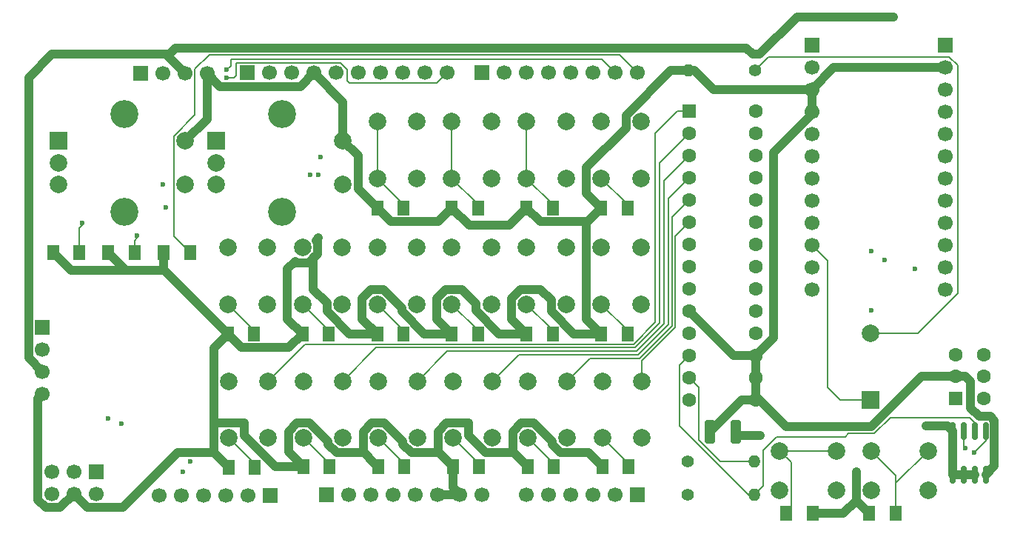
<source format=gbr>
%TF.GenerationSoftware,KiCad,Pcbnew,9.0.1*%
%TF.CreationDate,2025-05-27T17:05:58+05:30*%
%TF.ProjectId,macronardo,6d616372-6f6e-4617-9264-6f2e6b696361,rev?*%
%TF.SameCoordinates,Original*%
%TF.FileFunction,Copper,L1,Top*%
%TF.FilePolarity,Positive*%
%FSLAX46Y46*%
G04 Gerber Fmt 4.6, Leading zero omitted, Abs format (unit mm)*
G04 Created by KiCad (PCBNEW 9.0.1) date 2025-05-27 17:05:58*
%MOMM*%
%LPD*%
G01*
G04 APERTURE LIST*
G04 Aperture macros list*
%AMRoundRect*
0 Rectangle with rounded corners*
0 $1 Rounding radius*
0 $2 $3 $4 $5 $6 $7 $8 $9 X,Y pos of 4 corners*
0 Add a 4 corners polygon primitive as box body*
4,1,4,$2,$3,$4,$5,$6,$7,$8,$9,$2,$3,0*
0 Add four circle primitives for the rounded corners*
1,1,$1+$1,$2,$3*
1,1,$1+$1,$4,$5*
1,1,$1+$1,$6,$7*
1,1,$1+$1,$8,$9*
0 Add four rect primitives between the rounded corners*
20,1,$1+$1,$2,$3,$4,$5,0*
20,1,$1+$1,$4,$5,$6,$7,0*
20,1,$1+$1,$6,$7,$8,$9,0*
20,1,$1+$1,$8,$9,$2,$3,0*%
G04 Aperture macros list end*
%TA.AperFunction,ComponentPad*%
%ADD10R,1.700000X1.700000*%
%TD*%
%TA.AperFunction,ComponentPad*%
%ADD11C,1.700000*%
%TD*%
%TA.AperFunction,SMDPad,CuDef*%
%ADD12RoundRect,0.250001X-0.462499X-0.624999X0.462499X-0.624999X0.462499X0.624999X-0.462499X0.624999X0*%
%TD*%
%TA.AperFunction,ComponentPad*%
%ADD13C,2.000000*%
%TD*%
%TA.AperFunction,ComponentPad*%
%ADD14R,2.000000X2.000000*%
%TD*%
%TA.AperFunction,ComponentPad*%
%ADD15RoundRect,0.250000X-0.550000X-0.550000X0.550000X-0.550000X0.550000X0.550000X-0.550000X0.550000X0*%
%TD*%
%TA.AperFunction,ComponentPad*%
%ADD16C,1.600000*%
%TD*%
%TA.AperFunction,ComponentPad*%
%ADD17C,3.200000*%
%TD*%
%TA.AperFunction,ComponentPad*%
%ADD18C,1.400000*%
%TD*%
%TA.AperFunction,ComponentPad*%
%ADD19O,1.400000X1.400000*%
%TD*%
%TA.AperFunction,SMDPad,CuDef*%
%ADD20RoundRect,0.150000X0.150000X-0.825000X0.150000X0.825000X-0.150000X0.825000X-0.150000X-0.825000X0*%
%TD*%
%TA.AperFunction,SMDPad,CuDef*%
%ADD21RoundRect,0.250000X-0.325000X-1.100000X0.325000X-1.100000X0.325000X1.100000X-0.325000X1.100000X0*%
%TD*%
%TA.AperFunction,ComponentPad*%
%ADD22R,1.600000X1.600000*%
%TD*%
%TA.AperFunction,SMDPad,CuDef*%
%ADD23RoundRect,0.250001X0.462499X0.624999X-0.462499X0.624999X-0.462499X-0.624999X0.462499X-0.624999X0*%
%TD*%
%TA.AperFunction,ViaPad*%
%ADD24C,0.600000*%
%TD*%
%TA.AperFunction,Conductor*%
%ADD25C,1.000000*%
%TD*%
%TA.AperFunction,Conductor*%
%ADD26C,0.200000*%
%TD*%
G04 APERTURE END LIST*
D10*
%TO.P,J7,1,Pin_1*%
%TO.N,unconnected-(J7-Pin_1-Pad1)*%
X201650000Y-49940000D03*
D11*
%TO.P,J7,2,Pin_2*%
%TO.N,/GND*%
X201650000Y-52480000D03*
%TO.P,J7,3,Pin_3*%
%TO.N,/RST*%
X201650000Y-55020000D03*
%TO.P,J7,4,Pin_4*%
%TO.N,/VCC*%
X201650000Y-57560000D03*
%TO.P,J7,5,Pin_5*%
%TO.N,/GPIO23*%
X201650000Y-60100000D03*
%TO.P,J7,6,Pin_6*%
%TO.N,/HEAD_A2*%
X201650000Y-62640000D03*
%TO.P,J7,7,Pin_7*%
%TO.N,/HEAD_A1*%
X201650000Y-65180000D03*
%TO.P,J7,8,Pin_8*%
%TO.N,/CAPS_LK_STAT*%
X201650000Y-67720000D03*
%TO.P,J7,9,Pin_9*%
%TO.N,/PROMICRO_SCLK*%
X201650000Y-70260000D03*
%TO.P,J7,10,Pin_10*%
%TO.N,/PROMICRO_MISO*%
X201650000Y-72800000D03*
%TO.P,J7,11,Pin_11*%
%TO.N,/PROMICRO_MOSI*%
X201650000Y-75340000D03*
%TO.P,J7,12,Pin_12*%
%TO.N,/GPIO10*%
X201650000Y-77880000D03*
%TD*%
D12*
%TO.P,D15,1,K*%
%TO.N,/GND*%
X162350000Y-68550000D03*
%TO.P,D15,2,A*%
%TO.N,/LED16*%
X165325000Y-68550000D03*
%TD*%
D13*
%TO.P,SW16,1,1*%
%TO.N,/LAYERLED*%
X193200000Y-96350000D03*
X199700000Y-96350000D03*
%TO.P,SW16,2,2*%
%TO.N,/LAYER_CHANGE_SW_IN*%
X193200000Y-100850001D03*
X199700001Y-100850000D03*
%TD*%
%TO.P,SW0,1,1*%
%TO.N,/LED1*%
X119700000Y-94850000D03*
X119700000Y-88350000D03*
%TO.P,SW0,2,2*%
%TO.N,/SW1*%
X124200001Y-94850000D03*
X124200000Y-88349999D03*
%TD*%
%TO.P,SW1,1,1*%
%TO.N,/LED2*%
X128250000Y-94850000D03*
X128250000Y-88350000D03*
%TO.P,SW1,2,2*%
%TO.N,/SW2*%
X132750001Y-94850000D03*
X132750000Y-88349999D03*
%TD*%
D12*
%TO.P,D16,1,K*%
%TO.N,/GND*%
X99662500Y-73650000D03*
%TO.P,D16,2,A*%
%TO.N,/PWR_LED*%
X102637500Y-73650000D03*
%TD*%
%TO.P,D7,1,K*%
%TO.N,/GND*%
X128150000Y-82950000D03*
%TO.P,D7,2,A*%
%TO.N,/LED8*%
X131125000Y-82950000D03*
%TD*%
%TO.P,D14,1,K*%
%TO.N,/GND*%
X153800000Y-68550000D03*
%TO.P,D14,2,A*%
%TO.N,/LED15*%
X156775000Y-68550000D03*
%TD*%
%TO.P,D13,1,K*%
%TO.N,/GND*%
X145250000Y-68550000D03*
%TO.P,D13,2,A*%
%TO.N,/LED14*%
X148225000Y-68550000D03*
%TD*%
%TO.P,D1,1,K*%
%TO.N,/GND*%
X128250000Y-98150000D03*
%TO.P,D1,2,A*%
%TO.N,/LED2*%
X131225000Y-98150000D03*
%TD*%
D14*
%TO.P,BZ0,1,+*%
%TO.N,/BUZZ (+)*%
X193160000Y-90490000D03*
D13*
%TO.P,BZ0,2,-*%
%TO.N,Net-(BZ0--)*%
X193160000Y-82890000D03*
%TD*%
D12*
%TO.P,D23,1,K*%
%TO.N,/GND*%
X193000000Y-103500000D03*
%TO.P,D23,2,A*%
%TO.N,/LAYERLED*%
X195975000Y-103500000D03*
%TD*%
%TO.P,D8,1,K*%
%TO.N,/GND*%
X136700000Y-82950000D03*
%TO.P,D8,2,A*%
%TO.N,/LED9*%
X139675000Y-82950000D03*
%TD*%
D15*
%TO.P,U0,1,GPB0*%
%TO.N,/SW1*%
X172380000Y-57490000D03*
D16*
%TO.P,U0,2,GPB1*%
%TO.N,/SW2*%
X172380000Y-60030000D03*
%TO.P,U0,3,GPB2*%
%TO.N,/SW3*%
X172380000Y-62570000D03*
%TO.P,U0,4,GPB3*%
%TO.N,/SW4*%
X172380000Y-65110000D03*
%TO.P,U0,5,GPB4*%
%TO.N,/SW5*%
X172380000Y-67650000D03*
%TO.P,U0,6,GPB5*%
%TO.N,/SW6*%
X172380000Y-70190000D03*
%TO.P,U0,7,GPB6*%
%TO.N,/SW7*%
X172380000Y-72730000D03*
%TO.P,U0,8,GPB7*%
%TO.N,/SW8*%
X172380000Y-75270000D03*
%TO.P,U0,9,VDD*%
%TO.N,/VCC*%
X172380000Y-77810000D03*
%TO.P,U0,10,VSS*%
%TO.N,/GND*%
X172380000Y-80350000D03*
%TO.P,U0,11,NC*%
%TO.N,unconnected-(U0-NC-Pad11)*%
X172380000Y-82890000D03*
%TO.P,U0,12,SCK*%
%TO.N,/SCL*%
X172380000Y-85430000D03*
%TO.P,U0,13,SDA*%
%TO.N,/SDA*%
X172380000Y-87970000D03*
%TO.P,U0,14,NC*%
%TO.N,unconnected-(U0-NC-Pad14)*%
X172380000Y-90510000D03*
%TO.P,U0,15,A0*%
%TO.N,/GND*%
X180000000Y-90510000D03*
%TO.P,U0,16,A1*%
X180000000Y-87970000D03*
%TO.P,U0,17,A2*%
X180000000Y-85430000D03*
%TO.P,U0,18,~{RESET}*%
%TO.N,/VCC*%
X180000000Y-82890000D03*
%TO.P,U0,19,INTB*%
%TO.N,unconnected-(U0-INTB-Pad19)*%
X180000000Y-80350000D03*
%TO.P,U0,20,INTA*%
%TO.N,/INTA*%
X180000000Y-77810000D03*
%TO.P,U0,21,GPA0*%
%TO.N,/SW9*%
X180000000Y-75270000D03*
%TO.P,U0,22,GPA1*%
%TO.N,/SW10*%
X180000000Y-72730000D03*
%TO.P,U0,23,GPA2*%
%TO.N,/SW11*%
X180000000Y-70190000D03*
%TO.P,U0,24,GPA3*%
%TO.N,/SW12*%
X180000000Y-67650000D03*
%TO.P,U0,25,GPA4*%
%TO.N,/SW13*%
X180000000Y-65110000D03*
%TO.P,U0,26,GPA5*%
%TO.N,/SW14*%
X180000000Y-62570000D03*
%TO.P,U0,27,GPA6*%
%TO.N,/SW15*%
X180000000Y-60030000D03*
%TO.P,U0,28,GPA7*%
%TO.N,/SW16*%
X180000000Y-57490000D03*
%TD*%
D13*
%TO.P,SW15,1,1*%
%TO.N,/LED16*%
X162350000Y-65200000D03*
X162350000Y-58700000D03*
%TO.P,SW15,2,2*%
%TO.N,/SW16*%
X166850001Y-65200000D03*
X166850000Y-58699999D03*
%TD*%
%TO.P,SW2,1,1*%
%TO.N,/LED3*%
X136800000Y-94850000D03*
X136800000Y-88350000D03*
%TO.P,SW2,2,2*%
%TO.N,/SW3*%
X141300001Y-94850000D03*
X141300000Y-88349999D03*
%TD*%
%TO.P,SW5,1,1*%
%TO.N,/LED6*%
X162450001Y-94850000D03*
X162450001Y-88350000D03*
%TO.P,SW5,2,2*%
%TO.N,/SW6*%
X166950002Y-94850000D03*
X166950001Y-88349999D03*
%TD*%
D14*
%TO.P,ENC0,A,A*%
%TO.N,/ENC0_A_IN*%
X100250000Y-60900000D03*
D13*
%TO.P,ENC0,B,B*%
%TO.N,/ENC0_B_IN*%
X100250000Y-65900000D03*
%TO.P,ENC0,C,C*%
%TO.N,unconnected-(ENC0-PadC)*%
X100250000Y-63400000D03*
D17*
%TO.P,ENC0,MP,MP*%
%TO.N,unconnected-(ENC0-PadMP)*%
X107750000Y-57800000D03*
X107750000Y-69000000D03*
D13*
%TO.P,ENC0,S1,S1*%
%TO.N,/ENC0_SW_IN*%
X114750000Y-65900000D03*
%TO.P,ENC0,S2,S2*%
%TO.N,/GND*%
X114750000Y-60900000D03*
%TD*%
D18*
%TO.P,R2,1*%
%TO.N,Net-(BZ0--)*%
X179910000Y-52850000D03*
D19*
%TO.P,R2,2*%
%TO.N,/GND*%
X172290000Y-52850000D03*
%TD*%
D13*
%TO.P,SW7,1,1*%
%TO.N,/LED8*%
X128150000Y-79600000D03*
X128150000Y-73100000D03*
%TO.P,SW7,2,2*%
%TO.N,/SW8*%
X132650001Y-79600000D03*
X132650000Y-73099999D03*
%TD*%
D12*
%TO.P,D12,1,K*%
%TO.N,/GND*%
X136700000Y-68550000D03*
%TO.P,D12,2,A*%
%TO.N,/LED13*%
X139675000Y-68550000D03*
%TD*%
D13*
%TO.P,SW13,1,1*%
%TO.N,/LED14*%
X145250000Y-65200000D03*
X145250000Y-58700000D03*
%TO.P,SW13,2,2*%
%TO.N,/SW14*%
X149750001Y-65200000D03*
X149750000Y-58699999D03*
%TD*%
D12*
%TO.P,D11,1,K*%
%TO.N,/GND*%
X162350000Y-82950000D03*
%TO.P,D11,2,A*%
%TO.N,/LED12*%
X165325000Y-82950000D03*
%TD*%
D13*
%TO.P,SW11,1,1*%
%TO.N,/LED12*%
X162350000Y-79600000D03*
X162350000Y-73100000D03*
%TO.P,SW11,2,2*%
%TO.N,/SW12*%
X166850001Y-79600000D03*
X166850000Y-73099999D03*
%TD*%
%TO.P,SW17,1,1*%
%TO.N,/PRFLELED*%
X182750000Y-96350000D03*
X189250000Y-96350000D03*
%TO.P,SW17,2,2*%
%TO.N,/PROFILE_CHANGE_SW_IN*%
X182750000Y-100850001D03*
X189250001Y-100850000D03*
%TD*%
D10*
%TO.P,J0,1,Pin_1*%
%TO.N,/OLED_SDA*%
X98400000Y-82190000D03*
D11*
%TO.P,J0,2,Pin_2*%
%TO.N,/OLED_SCL*%
X98400000Y-84730000D03*
%TO.P,J0,3,Pin_3*%
%TO.N,/VCC*%
X98400000Y-87269999D03*
%TO.P,J0,4,Pin_4*%
%TO.N,/GND*%
X98400000Y-89810000D03*
%TD*%
D13*
%TO.P,SW6,1,1*%
%TO.N,/LED7*%
X119600000Y-79600000D03*
X119600000Y-73100000D03*
%TO.P,SW6,2,2*%
%TO.N,/SW7*%
X124100001Y-79600000D03*
X124100000Y-73099999D03*
%TD*%
D18*
%TO.P,R0,1*%
%TO.N,/VCC*%
X172190000Y-97550000D03*
D19*
%TO.P,R0,2*%
%TO.N,/SDA*%
X179810000Y-97550000D03*
%TD*%
D12*
%TO.P,D2,1,K*%
%TO.N,/GND*%
X136800000Y-98150000D03*
%TO.P,D2,2,A*%
%TO.N,/LED3*%
X139775000Y-98150000D03*
%TD*%
D20*
%TO.P,U1,1,A0*%
%TO.N,/VCC*%
X202495000Y-99025000D03*
%TO.P,U1,2,A1*%
X203765000Y-99025000D03*
%TO.P,U1,3,A2*%
X205035000Y-99025000D03*
%TO.P,U1,4,GND*%
%TO.N,/GND*%
X206305000Y-99025000D03*
%TO.P,U1,5,SDA*%
%TO.N,/SDA*%
X206305000Y-94075000D03*
%TO.P,U1,6,SCL*%
%TO.N,/SCL*%
X205035000Y-94075000D03*
%TO.P,U1,7,WP*%
%TO.N,/WRT_PRTCT_TGGL*%
X203765000Y-94075000D03*
%TO.P,U1,8,VCC*%
%TO.N,/VCC*%
X202495000Y-94075000D03*
%TD*%
D12*
%TO.P,D9,1,K*%
%TO.N,/GND*%
X145250000Y-82950000D03*
%TO.P,D9,2,A*%
%TO.N,/LED10*%
X148225000Y-82950000D03*
%TD*%
%TO.P,D10,1,K*%
%TO.N,/GND*%
X153800000Y-82950000D03*
%TO.P,D10,2,A*%
%TO.N,/LED11*%
X156775000Y-82950000D03*
%TD*%
%TO.P,D0,1,K*%
%TO.N,/GND*%
X119700000Y-98200000D03*
%TO.P,D0,2,A*%
%TO.N,/LED1*%
X122675000Y-98200000D03*
%TD*%
D13*
%TO.P,SW14,1,1*%
%TO.N,/LED15*%
X153800000Y-65200000D03*
X153800000Y-58700000D03*
%TO.P,SW14,2,2*%
%TO.N,/SW15*%
X158300001Y-65200000D03*
X158300000Y-58699999D03*
%TD*%
D10*
%TO.P,J9,1,Pin_1*%
%TO.N,/CAPS_LK_STAT_IN*%
X124490000Y-101390000D03*
D11*
%TO.P,J9,2,Pin_2*%
%TO.N,/HEAD_A1*%
X121950000Y-101390000D03*
%TO.P,J9,3,Pin_3*%
%TO.N,/HEAD_A2*%
X119410001Y-101390000D03*
%TO.P,J9,4,Pin_4*%
%TO.N,/HEAD_A3*%
X116870000Y-101390000D03*
%TO.P,J9,5,Pin_5*%
%TO.N,/HEAD_A4*%
X114330000Y-101390000D03*
%TO.P,J9,6,Pin_6*%
%TO.N,/HEAD_A5*%
X111790000Y-101390000D03*
%TD*%
D13*
%TO.P,SW3,1,1*%
%TO.N,/LED4*%
X145350000Y-94850000D03*
X145350000Y-88350000D03*
%TO.P,SW3,2,2*%
%TO.N,/SW4*%
X149850001Y-94850000D03*
X149850000Y-88349999D03*
%TD*%
%TO.P,SW4,1,1*%
%TO.N,/LED5*%
X153900000Y-94850000D03*
X153900000Y-88350000D03*
%TO.P,SW4,2,2*%
%TO.N,/SW5*%
X158400001Y-94850000D03*
X158400000Y-88349999D03*
%TD*%
D12*
%TO.P,D17,1,K*%
%TO.N,/GND*%
X105962500Y-73650000D03*
%TO.P,D17,2,A*%
%TO.N,/UART_TX*%
X108937500Y-73650000D03*
%TD*%
D13*
%TO.P,SW12,1,1*%
%TO.N,/LED13*%
X136700000Y-65200000D03*
X136700000Y-58700000D03*
%TO.P,SW12,2,2*%
%TO.N,/SW13*%
X141200001Y-65200000D03*
X141200000Y-58699999D03*
%TD*%
D21*
%TO.P,C0,1*%
%TO.N,/GND*%
X174774999Y-94150000D03*
%TO.P,C0,2*%
%TO.N,/VCC*%
X177725001Y-94150000D03*
%TD*%
D13*
%TO.P,SW9,1,1*%
%TO.N,/LED10*%
X145250000Y-79600000D03*
X145250000Y-73100000D03*
%TO.P,SW9,2,2*%
%TO.N,/SW10*%
X149750001Y-79600000D03*
X149750000Y-73099999D03*
%TD*%
D12*
%TO.P,D5,1,K*%
%TO.N,/GND*%
X162450000Y-98150000D03*
%TO.P,D5,2,A*%
%TO.N,/LED6*%
X165425000Y-98150000D03*
%TD*%
D13*
%TO.P,SW10,1,1*%
%TO.N,/LED11*%
X153800000Y-79600000D03*
X153800000Y-73100000D03*
%TO.P,SW10,2,2*%
%TO.N,/SW11*%
X158300001Y-79600000D03*
X158300000Y-73099999D03*
%TD*%
D10*
%TO.P,J2,1,Pin_1*%
%TO.N,/PRMCO_TX*%
X186400000Y-49940000D03*
D11*
%TO.P,J2,2,Pin_2*%
%TO.N,/PRMCO_RX*%
X186400000Y-52480000D03*
%TO.P,J2,3,Pin_3*%
%TO.N,/GND*%
X186400000Y-55020000D03*
%TO.P,J2,4,Pin_4*%
X186400000Y-57560000D03*
%TO.P,J2,5,Pin_5*%
%TO.N,/OLED_SDA*%
X186400000Y-60100000D03*
%TO.P,J2,6,Pin_6*%
%TO.N,/OLED_SCL*%
X186400000Y-62640000D03*
%TO.P,J2,7,Pin_7*%
%TO.N,/GPIO4*%
X186400000Y-65180000D03*
%TO.P,J2,8,Pin_8*%
%TO.N,/LED_R*%
X186400000Y-67720000D03*
%TO.P,J2,9,Pin_9*%
%TO.N,/LED_G*%
X186400000Y-70260000D03*
%TO.P,J2,10,Pin_10*%
%TO.N,/BUZZ (+)*%
X186400000Y-72800000D03*
%TO.P,J2,11,Pin_11*%
%TO.N,/GPIO8*%
X186400000Y-75340000D03*
%TO.P,J2,12,Pin_12*%
%TO.N,/LED_B*%
X186400000Y-77880000D03*
%TD*%
D12*
%TO.P,D6,1,K*%
%TO.N,/GND*%
X119600000Y-82950000D03*
%TO.P,D6,2,A*%
%TO.N,/LED7*%
X122575000Y-82950000D03*
%TD*%
D14*
%TO.P,ENC1,A,A*%
%TO.N,/ENC1_A_IN*%
X118300000Y-60900000D03*
D13*
%TO.P,ENC1,B,B*%
%TO.N,/ENC1_B_IN*%
X118300000Y-65900000D03*
%TO.P,ENC1,C,C*%
%TO.N,unconnected-(ENC1-PadC)*%
X118300000Y-63400000D03*
D17*
%TO.P,ENC1,MP,MP*%
%TO.N,unconnected-(ENC1-PadMP)*%
X125800000Y-57800000D03*
X125800000Y-69000000D03*
D13*
%TO.P,ENC1,S1,S1*%
%TO.N,/ENC1_SW_IN*%
X132800000Y-65900000D03*
%TO.P,ENC1,S2,S2*%
%TO.N,/GND*%
X132800000Y-60900000D03*
%TD*%
D22*
%TO.P,SW18,1,B*%
%TO.N,/WRT_PRTCT_TGGL*%
X202850001Y-90307500D03*
D16*
%TO.P,SW18,2,C*%
%TO.N,/GND*%
X202850001Y-87807500D03*
%TO.P,SW18,3,A*%
%TO.N,/VCC*%
X202850001Y-85307500D03*
%TO.P,SW18,4*%
%TO.N,N/C*%
X206050001Y-90307500D03*
%TO.P,SW18,5*%
X206050001Y-87807500D03*
%TO.P,SW18,6*%
X206050001Y-85307500D03*
%TD*%
D18*
%TO.P,R1,1*%
%TO.N,/VCC*%
X172200000Y-101300000D03*
D19*
%TO.P,R1,2*%
%TO.N,/SCL*%
X179820000Y-101300000D03*
%TD*%
D12*
%TO.P,D3,1,K*%
%TO.N,/GND*%
X145350000Y-98150000D03*
%TO.P,D3,2,A*%
%TO.N,/LED4*%
X148325000Y-98150000D03*
%TD*%
%TO.P,D18,1,K*%
%TO.N,/GND*%
X112312500Y-73650000D03*
%TO.P,D18,2,A*%
%TO.N,/UART_RX*%
X115287500Y-73650000D03*
%TD*%
%TO.P,D4,1,K*%
%TO.N,/GND*%
X153900000Y-98150000D03*
%TO.P,D4,2,A*%
%TO.N,/LED5*%
X156875000Y-98150000D03*
%TD*%
D13*
%TO.P,SW8,1,1*%
%TO.N,/LED9*%
X136700000Y-79600000D03*
X136700000Y-73100000D03*
%TO.P,SW8,2,2*%
%TO.N,/SW9*%
X141200001Y-79600000D03*
X141200000Y-73099999D03*
%TD*%
D23*
%TO.P,D24,1,K*%
%TO.N,/GND*%
X186487500Y-103500000D03*
%TO.P,D24,2,A*%
%TO.N,/PRFLELED*%
X183512500Y-103500000D03*
%TD*%
D10*
%TO.P,J8,1,Pin_1*%
%TO.N,/HEAD_A2*%
X104540000Y-98725000D03*
D11*
%TO.P,J8,2,Pin_2*%
%TO.N,/CAPS_LK_STAT*%
X104540000Y-101265000D03*
%TO.P,J8,3,Pin_3*%
%TO.N,/HEAD_A4*%
X102000000Y-98725000D03*
%TO.P,J8,4,Pin_4*%
%TO.N,/GND*%
X102000000Y-101265000D03*
%TO.P,J8,5,Pin_5*%
%TO.N,/HEAD_A1*%
X99460001Y-98725000D03*
%TO.P,J8,6,Pin_6*%
%TO.N,/VCC*%
X99460000Y-101265000D03*
%TD*%
D10*
%TO.P,J3,1,Pin_1*%
%TO.N,/CAPS_LK_STAT*%
X166450000Y-101350000D03*
D11*
%TO.P,J3,2,Pin_2*%
%TO.N,/HEAD_A1*%
X163910000Y-101350000D03*
%TO.P,J3,3,Pin_3*%
%TO.N,/HEAD_A2*%
X161370001Y-101350000D03*
%TO.P,J3,4,Pin_4*%
%TO.N,/HEAD_A3*%
X158830000Y-101350000D03*
%TO.P,J3,5,Pin_5*%
%TO.N,/HEAD_A4*%
X156290000Y-101350000D03*
%TO.P,J3,6,Pin_6*%
%TO.N,/HEAD_A5*%
X153750000Y-101350000D03*
%TD*%
D10*
%TO.P,J4,1,Pin_1*%
%TO.N,unconnected-(J4-Pin_1-Pad1)*%
X130930001Y-101350000D03*
D11*
%TO.P,J4,2,Pin_2*%
%TO.N,/IOREF*%
X133470001Y-101350000D03*
%TO.P,J4,3,Pin_3*%
%TO.N,/RESET*%
X136010000Y-101350000D03*
%TO.P,J4,4,Pin_4*%
%TO.N,/3V3_LOGIC*%
X138550001Y-101350000D03*
%TO.P,J4,5,Pin_5*%
%TO.N,/VCC*%
X141090001Y-101350000D03*
%TO.P,J4,6,Pin_6*%
%TO.N,/GND*%
X143630001Y-101350000D03*
%TO.P,J4,7,Pin_7*%
X146170001Y-101350000D03*
%TO.P,J4,8,Pin_8*%
%TO.N,/VIN*%
X148710002Y-101350000D03*
%TD*%
D10*
%TO.P,J5,1,Pin_1*%
%TO.N,/INTA*%
X148690000Y-53100002D03*
D11*
%TO.P,J5,2,Pin_2*%
%TO.N,/ENC0_B_IN*%
X151230000Y-53100002D03*
%TO.P,J5,3,Pin_3*%
%TO.N,/ENC0_A_IN*%
X153769999Y-53100002D03*
%TO.P,J5,4,Pin_4*%
%TO.N,/ENC0_SW_IN*%
X156310000Y-53100002D03*
%TO.P,J5,5,Pin_5*%
%TO.N,unconnected-(J5-Pin_5-Pad5)*%
X158850000Y-53100002D03*
%TO.P,J5,6,Pin_6*%
%TO.N,unconnected-(J5-Pin_6-Pad6)*%
X161390000Y-53100002D03*
%TO.P,J5,7,Pin_7*%
%TO.N,/UART_TX*%
X163930000Y-53100002D03*
%TO.P,J5,8,Pin_8*%
%TO.N,/UART_RX*%
X166470001Y-53100002D03*
%TD*%
D10*
%TO.P,J1,1,Pin_1*%
%TO.N,/SDA*%
X109630000Y-53200000D03*
D11*
%TO.P,J1,2,Pin_2*%
%TO.N,/SCL*%
X112170000Y-53200000D03*
%TO.P,J1,3,Pin_3*%
%TO.N,/VCC*%
X114709999Y-53200000D03*
%TO.P,J1,4,Pin_4*%
%TO.N,/GND*%
X117250000Y-53200000D03*
%TD*%
D10*
%TO.P,J6,1,Pin_1*%
%TO.N,/SCL*%
X121829999Y-53100000D03*
D11*
%TO.P,J6,2,Pin_2*%
%TO.N,/SDA*%
X124369999Y-53100000D03*
%TO.P,J6,3,Pin_3*%
%TO.N,unconnected-(J6-Pin_3-Pad3)*%
X126909998Y-53100000D03*
%TO.P,J6,4,Pin_4*%
%TO.N,/GND*%
X129449999Y-53100000D03*
%TO.P,J6,5,Pin_5*%
%TO.N,/PROFILE_CHANGE_SW_IN*%
X131989999Y-53100000D03*
%TO.P,J6,6,Pin_6*%
%TO.N,/LAYER_CHANGE_SW_IN*%
X134529999Y-53100000D03*
%TO.P,J6,7,Pin_7*%
%TO.N,/ENC1_B_IN*%
X137069999Y-53100000D03*
%TO.P,J6,8,Pin_8*%
%TO.N,/ENC1_A_IN*%
X139610000Y-53100000D03*
%TO.P,J6,9,Pin_9*%
%TO.N,/ENC1_SW_IN*%
X142149999Y-53100000D03*
%TO.P,J6,10,Pin_10*%
%TO.N,/PWR_LED*%
X144689999Y-53100000D03*
%TD*%
D24*
%TO.N,/VCC*%
X195732814Y-46732814D03*
X180500000Y-94601000D03*
X199500000Y-93500000D03*
%TO.N,/HEAD_A4*%
X115350000Y-97574000D03*
%TO.N,/GND*%
X193199000Y-80260000D03*
X130000000Y-72000000D03*
X193400000Y-93400000D03*
X191500000Y-98750000D03*
%TO.N,/HEAD_A2*%
X114504999Y-98725000D03*
%TO.N,/UART_TX*%
X119500000Y-52750000D03*
X109250000Y-71750000D03*
%TO.N,/SDA*%
X205000000Y-96500000D03*
%TO.N,/PWR_LED*%
X103000000Y-70250000D03*
X119500000Y-53651000D03*
%TO.N,/LED_G*%
X107480000Y-93240000D03*
X112187000Y-65893000D03*
X129000000Y-64750000D03*
X194750000Y-74500000D03*
%TO.N,/LED_B*%
X112550000Y-68480000D03*
X105960000Y-92600000D03*
X130250000Y-62750000D03*
X198250000Y-75500000D03*
%TO.N,/LED_R*%
X130000000Y-64750000D03*
X193250000Y-73500000D03*
%TO.N,/WRT_PRTCT_TGGL*%
X204000000Y-96000000D03*
%TD*%
D25*
%TO.N,/VCC*%
X202495000Y-99025000D02*
X205035000Y-99025000D01*
X96849000Y-53651000D02*
X99499000Y-51001000D01*
X199500000Y-93500000D02*
X201920000Y-93500000D01*
X178885372Y-50251000D02*
X179635372Y-51001000D01*
X201920000Y-93500000D02*
X202495000Y-94075000D01*
X184732814Y-46732814D02*
X195732814Y-46732814D01*
X202495000Y-94075000D02*
X202495000Y-99025000D01*
X96849000Y-85718999D02*
X96849000Y-53651000D01*
X180464628Y-51001000D02*
X184732814Y-46732814D01*
X113664628Y-50251000D02*
X178885372Y-50251000D01*
X178176001Y-94601000D02*
X177725001Y-94150000D01*
X99499000Y-51001000D02*
X112510999Y-51001000D01*
X98400000Y-87269999D02*
X96849000Y-85718999D01*
X112510999Y-51001000D02*
X112914628Y-51001000D01*
X112510999Y-51001000D02*
X114709999Y-53200000D01*
X112914628Y-51001000D02*
X113664628Y-50251000D01*
X180500000Y-94601000D02*
X178176001Y-94601000D01*
X179635372Y-51001000D02*
X180464628Y-51001000D01*
D26*
%TO.N,/UART_RX*%
X113449000Y-71811500D02*
X115287500Y-73650000D01*
X117500000Y-51052000D02*
X115860999Y-52691001D01*
X115860999Y-52691001D02*
X115860999Y-57949109D01*
X166470001Y-53100002D02*
X164421999Y-51052000D01*
X164421999Y-51052000D02*
X117500000Y-51052000D01*
X113449000Y-60361108D02*
X113449000Y-71811500D01*
X115860999Y-57949109D02*
X113449000Y-60361108D01*
D25*
%TO.N,/GND*%
X136700000Y-68550000D02*
X134501000Y-66351000D01*
X205541652Y-92399000D02*
X206811652Y-92399000D01*
X126549000Y-96449000D02*
X126549000Y-94145422D01*
X130000000Y-72000000D02*
X129727789Y-72272211D01*
X145350000Y-100529999D02*
X146170001Y-101350000D01*
X127545422Y-93149000D02*
X128954578Y-93149000D01*
X119600000Y-82950000D02*
X121176000Y-84526000D01*
X131049001Y-95243423D02*
X131049001Y-95554578D01*
X126449000Y-75551000D02*
X126449000Y-81249000D01*
X147200000Y-70500000D02*
X151850000Y-70500000D01*
X99662500Y-73650000D02*
X101687500Y-75675000D01*
X156699001Y-95554578D02*
X157695423Y-96551000D01*
X129399000Y-74256578D02*
X129399000Y-77899000D01*
X180000000Y-85430000D02*
X177460000Y-85430000D01*
X127445422Y-74801000D02*
X127322211Y-74677789D01*
X150664344Y-82950000D02*
X153800000Y-82950000D01*
X180000000Y-90510000D02*
X178414999Y-90510000D01*
X152099000Y-78895422D02*
X153095422Y-77899000D01*
X103551000Y-102816000D02*
X107582000Y-102816000D01*
X132045423Y-96551000D02*
X135201000Y-96551000D01*
X100449000Y-102816000D02*
X102000000Y-101265000D01*
X128954578Y-93149000D02*
X131049001Y-95243423D01*
X135995422Y-77899000D02*
X137404578Y-77899000D01*
X148000000Y-80285656D02*
X150664344Y-82950000D01*
X127322211Y-74677789D02*
X126449000Y-75551000D01*
X183450000Y-93550000D02*
X193250000Y-93550000D01*
X97909000Y-101907446D02*
X98817554Y-102816000D01*
X113899000Y-96499000D02*
X117999000Y-96499000D01*
X153195422Y-93149000D02*
X154604578Y-93149000D01*
X112312500Y-73650000D02*
X112312500Y-75662500D01*
X126449000Y-81249000D02*
X128150000Y-82950000D01*
X143549000Y-78895422D02*
X144545422Y-77899000D01*
X152301000Y-96551000D02*
X153900000Y-98150000D01*
X149145423Y-96551000D02*
X152301000Y-96551000D01*
X128854578Y-74801000D02*
X127445422Y-74801000D01*
X130949001Y-80334657D02*
X133564344Y-82950000D01*
X180000000Y-90510000D02*
X180410000Y-90510000D01*
X207306000Y-98024000D02*
X206305000Y-99025000D01*
X182000000Y-62220000D02*
X182000000Y-83430000D01*
X143549000Y-81249000D02*
X143549000Y-78895422D01*
X162350000Y-68550000D02*
X160649000Y-66849000D01*
X142114344Y-82950000D02*
X145250000Y-82950000D01*
X207306000Y-92893348D02*
X207306000Y-98024000D01*
X153095422Y-77899000D02*
X155399000Y-77899000D01*
X202850001Y-87807500D02*
X203981371Y-87807500D01*
X204549001Y-88375130D02*
X204549001Y-91406349D01*
X136325000Y-97675000D02*
X135099000Y-96449000D01*
X101687500Y-75675000D02*
X107987500Y-75675000D01*
X156599001Y-79099001D02*
X156599001Y-80334657D01*
X134501000Y-62601000D02*
X132800000Y-60900000D01*
X151850000Y-70500000D02*
X153800000Y-68550000D01*
X203981371Y-87807500D02*
X204549001Y-88375130D01*
X135201000Y-96551000D02*
X136325000Y-97675000D01*
X146170001Y-101350000D02*
X143630001Y-101350000D01*
X154604578Y-93149000D02*
X156699001Y-95243423D01*
X160649000Y-66849000D02*
X160649000Y-63904577D01*
X175180000Y-55020000D02*
X186400000Y-55020000D01*
X139599001Y-95243423D02*
X139599001Y-95554578D01*
X191500000Y-102000000D02*
X193000000Y-103500000D01*
X126549000Y-94145422D02*
X127545422Y-93149000D01*
X112312500Y-75662500D02*
X112325000Y-75675000D01*
X131049001Y-95554578D02*
X132045423Y-96551000D01*
X121176000Y-84526000D02*
X126574000Y-84526000D01*
X117999000Y-84551000D02*
X117999000Y-93500000D01*
X139499001Y-79993423D02*
X139499001Y-80334657D01*
X155376000Y-70126000D02*
X160774000Y-70126000D01*
X138276000Y-70126000D02*
X143674000Y-70126000D01*
X152099000Y-81249000D02*
X152099000Y-78895422D01*
X137404578Y-77899000D02*
X139499001Y-79993423D01*
X193400000Y-93400000D02*
X198992500Y-87807500D01*
X188930000Y-52490000D02*
X201650000Y-52490000D01*
X134501000Y-66351000D02*
X134501000Y-62601000D01*
X152301000Y-96551000D02*
X152199000Y-96449000D01*
X160649000Y-63904577D02*
X165149000Y-59404577D01*
X132800000Y-56450001D02*
X129449999Y-53100000D01*
X117250000Y-58400000D02*
X114750000Y-60900000D01*
X134999000Y-81249000D02*
X134999000Y-78895422D01*
X136095422Y-93149000D02*
X137504578Y-93149000D01*
X143649000Y-94145422D02*
X144645422Y-93149000D01*
X152199000Y-94145422D02*
X153195422Y-93149000D01*
X153800000Y-68550000D02*
X155376000Y-70126000D01*
X132800000Y-60900000D02*
X132800000Y-56450001D01*
X130949001Y-79449001D02*
X130949001Y-80334657D01*
X140595423Y-96551000D02*
X143751000Y-96551000D01*
X180410000Y-90510000D02*
X183450000Y-93550000D01*
X170294421Y-52850000D02*
X172290000Y-52850000D01*
X135099000Y-96449000D02*
X135099000Y-94145422D01*
X145250000Y-82950000D02*
X143549000Y-81249000D01*
X129449999Y-53100000D02*
X127898999Y-54651000D01*
X160649000Y-81249000D02*
X162350000Y-82950000D01*
X126574000Y-84526000D02*
X128150000Y-82950000D01*
X139599001Y-95554578D02*
X140595423Y-96551000D01*
X186400000Y-55020000D02*
X188930000Y-52490000D01*
X193250000Y-93550000D02*
X193400000Y-93400000D01*
X121502579Y-94588235D02*
X125064344Y-98150000D01*
X165149000Y-57995421D02*
X170294421Y-52850000D01*
X206811652Y-92399000D02*
X207306000Y-92893348D01*
X198992500Y-87807500D02*
X202850001Y-87807500D01*
X97909000Y-90301000D02*
X97909000Y-101907446D01*
X105962500Y-73650000D02*
X107987500Y-75675000D01*
X204549001Y-91406349D02*
X205541652Y-92399000D01*
X117999000Y-93500000D02*
X118350000Y-93149000D01*
X125064344Y-98150000D02*
X128250000Y-98150000D01*
X182000000Y-83430000D02*
X180000000Y-85430000D01*
X129399000Y-77899000D02*
X130949001Y-79449001D01*
X165149000Y-59404577D02*
X165149000Y-57995421D01*
X128250000Y-98150000D02*
X126549000Y-96449000D01*
X119600000Y-82950000D02*
X117999000Y-84551000D01*
X145350000Y-98150000D02*
X145350000Y-100529999D01*
X155399000Y-77899000D02*
X156599001Y-79099001D01*
X121502579Y-93149000D02*
X121502579Y-94588235D01*
X133564344Y-82950000D02*
X136700000Y-82950000D01*
X177460000Y-85430000D02*
X172380000Y-80350000D01*
X186400000Y-57560000D02*
X186400000Y-57820000D01*
X118350000Y-93149000D02*
X121502579Y-93149000D01*
X144645422Y-93149000D02*
X147149000Y-93149000D01*
X145350000Y-98150000D02*
X143649000Y-96449000D01*
X136700000Y-82950000D02*
X134999000Y-81249000D01*
X160851000Y-96551000D02*
X162450000Y-98150000D01*
X147149000Y-94554577D02*
X149145423Y-96551000D01*
X117250000Y-53200000D02*
X117250000Y-58400000D01*
X156599001Y-80334657D02*
X159214344Y-82950000D01*
X178414999Y-90510000D02*
X174774999Y-94150000D01*
X172290000Y-52850000D02*
X173010000Y-52850000D01*
X145250000Y-68550000D02*
X147200000Y-70500000D01*
X152199000Y-96449000D02*
X152199000Y-94145422D01*
X186400000Y-55020000D02*
X186400000Y-57560000D01*
X137504578Y-93149000D02*
X139599001Y-95243423D01*
X180000000Y-85430000D02*
X180000000Y-90510000D01*
X143649000Y-96449000D02*
X143649000Y-94145422D01*
X117999000Y-93500000D02*
X117999000Y-96499000D01*
X127898999Y-54651000D02*
X118701000Y-54651000D01*
X107987500Y-75675000D02*
X112325000Y-75675000D01*
X144545422Y-77899000D02*
X146399000Y-77899000D01*
X136700000Y-68550000D02*
X138276000Y-70126000D01*
X136325000Y-97675000D02*
X136800000Y-98150000D01*
X162350000Y-68550000D02*
X160649000Y-70251000D01*
X157695423Y-96551000D02*
X160851000Y-96551000D01*
X129851000Y-73804578D02*
X129399000Y-74256578D01*
X129851000Y-73804578D02*
X128854578Y-74801000D01*
X143674000Y-70126000D02*
X145250000Y-68550000D01*
X129727789Y-72272211D02*
X129851000Y-72395422D01*
X134999000Y-78895422D02*
X135995422Y-77899000D01*
X148000000Y-79500000D02*
X148000000Y-80285656D01*
X159214344Y-82950000D02*
X162350000Y-82950000D01*
X129851000Y-72395422D02*
X129851000Y-73804578D01*
X191500000Y-102000000D02*
X190000000Y-103500000D01*
X191500000Y-98750000D02*
X191500000Y-102000000D01*
X186400000Y-57820000D02*
X182000000Y-62220000D01*
X173010000Y-52850000D02*
X175180000Y-55020000D01*
X118701000Y-54651000D02*
X117250000Y-53200000D01*
X102000000Y-101265000D02*
X103551000Y-102816000D01*
X147149000Y-93149000D02*
X147149000Y-94554577D01*
X146399000Y-77899000D02*
X148000000Y-79500000D01*
X160649000Y-70251000D02*
X160649000Y-81249000D01*
X153800000Y-82950000D02*
X152099000Y-81249000D01*
X117999000Y-96499000D02*
X119700000Y-98200000D01*
X156699001Y-95243423D02*
X156699001Y-95554578D01*
X139499001Y-80334657D02*
X142114344Y-82950000D01*
X135099000Y-94145422D02*
X136095422Y-93149000D01*
X107582000Y-102816000D02*
X113899000Y-96499000D01*
X143751000Y-96551000D02*
X145350000Y-98150000D01*
X98400000Y-89810000D02*
X97909000Y-90301000D01*
X190000000Y-103500000D02*
X186487500Y-103500000D01*
X98817554Y-102816000D02*
X100449000Y-102816000D01*
X160774000Y-70126000D02*
X162350000Y-68550000D01*
X112325000Y-75675000D02*
X119600000Y-82950000D01*
D26*
%TO.N,/SCL*%
X171279000Y-86531000D02*
X172380000Y-85430000D01*
X179820000Y-101300000D02*
X179146739Y-101300000D01*
X179146739Y-101300000D02*
X171279000Y-93432261D01*
X195432786Y-92500000D02*
X193581785Y-94351000D01*
X205035000Y-94075000D02*
X205035000Y-93100001D01*
X190626208Y-94351000D02*
X190227208Y-94750000D01*
X180811000Y-96289000D02*
X180811000Y-100309000D01*
X180811000Y-100309000D02*
X179820000Y-101300000D01*
X172380000Y-85430000D02*
X172430000Y-85430000D01*
X193581785Y-94351000D02*
X190626208Y-94351000D01*
X171279000Y-93432261D02*
X171279000Y-86531000D01*
X172430000Y-85430000D02*
X172500000Y-85500000D01*
X190227208Y-94750000D02*
X182350000Y-94750000D01*
X182350000Y-94750000D02*
X180811000Y-96289000D01*
X204434999Y-92500000D02*
X195432786Y-92500000D01*
X205035000Y-93100001D02*
X204434999Y-92500000D01*
%TO.N,/UART_TX*%
X109250000Y-72000000D02*
X108937500Y-72312500D01*
X163930000Y-53100002D02*
X162377998Y-51548000D01*
X162377998Y-51548000D02*
X119952000Y-51548000D01*
X119952000Y-52298000D02*
X119500000Y-52750000D01*
X108937500Y-72312500D02*
X108937500Y-73650000D01*
X119952000Y-51548000D02*
X119952000Y-52298000D01*
X109250000Y-71750000D02*
X109250000Y-72000000D01*
%TO.N,/SDA*%
X206305000Y-94075000D02*
X206305000Y-95195000D01*
X175963839Y-97550000D02*
X173481000Y-95067161D01*
X179810000Y-97550000D02*
X175963839Y-97550000D01*
X206305000Y-95195000D02*
X205000000Y-96500000D01*
X173481000Y-95067161D02*
X173481000Y-89071000D01*
X173481000Y-89071000D02*
X172380000Y-87970000D01*
%TO.N,/PWR_LED*%
X102637500Y-70862500D02*
X102637500Y-73650000D01*
X103000000Y-70250000D02*
X103000000Y-70500000D01*
X103000000Y-70500000D02*
X102637500Y-70862500D01*
X120551000Y-51949000D02*
X120551000Y-53449000D01*
X133501000Y-54251000D02*
X133250000Y-54000000D01*
X120551000Y-53449000D02*
X120349000Y-53651000D01*
X144689999Y-53100000D02*
X143538999Y-54251000D01*
X143538999Y-54251000D02*
X133501000Y-54251000D01*
X133250000Y-52732241D02*
X132466759Y-51949000D01*
X133250000Y-54000000D02*
X133250000Y-52732241D01*
X132466759Y-51949000D02*
X120551000Y-51949000D01*
X120349000Y-53651000D02*
X119500000Y-53651000D01*
%TO.N,/BUZZ (+)*%
X188199000Y-74599000D02*
X186400000Y-72800000D01*
X188199000Y-89049000D02*
X189640000Y-90490000D01*
X188199000Y-75059000D02*
X188199000Y-74599000D01*
X188199000Y-75059000D02*
X188199000Y-89049000D01*
X189640000Y-90490000D02*
X193160000Y-90490000D01*
%TO.N,Net-(BZ0--)*%
X203080000Y-78337760D02*
X198527760Y-82890000D01*
X179910000Y-52850000D02*
X181470000Y-51290000D01*
X181470000Y-51290000D02*
X202120000Y-51290000D01*
X203080000Y-52250000D02*
X203080000Y-78337760D01*
X202120000Y-51290000D02*
X203080000Y-52250000D01*
X198527760Y-82890000D02*
X193160000Y-82890000D01*
%TO.N,/SW1*%
X168500000Y-81648660D02*
X168500000Y-60000000D01*
X128423999Y-84126000D02*
X166022660Y-84126000D01*
X171010000Y-57490000D02*
X172380000Y-57490000D01*
X168500000Y-60000000D02*
X171010000Y-57490000D01*
X124200000Y-88349999D02*
X128423999Y-84126000D01*
X166022660Y-84126000D02*
X168500000Y-81648660D01*
%TO.N,/SW2*%
X136572999Y-84527000D02*
X166188760Y-84527000D01*
X132750000Y-88349999D02*
X136572999Y-84527000D01*
X169000000Y-81715760D02*
X169000000Y-63410000D01*
X169000000Y-63410000D02*
X172380000Y-60030000D01*
X166188760Y-84527000D02*
X169000000Y-81715760D01*
%TO.N,/SW3*%
X144721999Y-84928000D02*
X166354860Y-84928000D01*
X166354860Y-84928000D02*
X169500000Y-81782860D01*
X169500000Y-81782860D02*
X169500000Y-65450000D01*
X141300000Y-88349999D02*
X144721999Y-84928000D01*
X169500000Y-65450000D02*
X172380000Y-62570000D01*
%TO.N,/SW4*%
X170000000Y-81849960D02*
X170000000Y-67490000D01*
X149850000Y-88349999D02*
X152870999Y-85329000D01*
X166520960Y-85329000D02*
X170000000Y-81849960D01*
X170000000Y-67490000D02*
X172380000Y-65110000D01*
X152870999Y-85329000D02*
X166520960Y-85329000D01*
%TO.N,/SW5*%
X170401000Y-69629000D02*
X172380000Y-67650000D01*
X170401000Y-82016060D02*
X170401000Y-69629000D01*
X161019999Y-85730000D02*
X166687060Y-85730000D01*
X158400000Y-88349999D02*
X161019999Y-85730000D01*
X166687060Y-85730000D02*
X170401000Y-82016060D01*
%TO.N,/SW6*%
X170802000Y-71768000D02*
X172380000Y-70190000D01*
X166950001Y-88349999D02*
X166950001Y-86049999D01*
X170802000Y-82198000D02*
X170802000Y-71768000D01*
X166950001Y-86049999D02*
X170802000Y-82198000D01*
%TO.N,/LED1*%
X119700000Y-94850000D02*
X122675000Y-97825000D01*
X122675000Y-97825000D02*
X122675000Y-98200000D01*
%TO.N,/LED2*%
X131225000Y-97825000D02*
X131225000Y-98150000D01*
X128250000Y-94850000D02*
X131225000Y-97825000D01*
%TO.N,/LED3*%
X136800000Y-94850000D02*
X139775000Y-97825000D01*
X139775000Y-97825000D02*
X139775000Y-98150000D01*
%TO.N,/LED4*%
X145350000Y-94850000D02*
X148325000Y-97825000D01*
X148325000Y-97825000D02*
X148325000Y-98150000D01*
%TO.N,/LED5*%
X156875000Y-97825000D02*
X156875000Y-98150000D01*
X153900000Y-94850000D02*
X156875000Y-97825000D01*
%TO.N,/LED6*%
X165425000Y-97824999D02*
X165425000Y-98150000D01*
X162450001Y-94850000D02*
X165425000Y-97824999D01*
%TO.N,/LED7*%
X119600000Y-79600000D02*
X122575000Y-82575000D01*
X122575000Y-82575000D02*
X122575000Y-82950000D01*
%TO.N,/LED8*%
X131125000Y-82575000D02*
X131125000Y-82950000D01*
X128150000Y-79600000D02*
X131125000Y-82575000D01*
%TO.N,/LED9*%
X139675000Y-82575000D02*
X139675000Y-82950000D01*
X136700000Y-79600000D02*
X139675000Y-82575000D01*
%TO.N,/LED10*%
X148225000Y-82575000D02*
X148225000Y-82950000D01*
X145250000Y-79600000D02*
X148225000Y-82575000D01*
%TO.N,/LED11*%
X153800000Y-79600000D02*
X156775000Y-82575000D01*
X156775000Y-82575000D02*
X156775000Y-82950000D01*
%TO.N,/LED12*%
X165325000Y-82575000D02*
X165325000Y-82950000D01*
X162350000Y-79600000D02*
X165325000Y-82575000D01*
%TO.N,/LED13*%
X136700000Y-58700000D02*
X136700000Y-65200000D01*
X139675000Y-68175000D02*
X139675000Y-68550000D01*
X136700000Y-65200000D02*
X139675000Y-68175000D01*
%TO.N,/LED14*%
X145250000Y-58700000D02*
X145250000Y-65200000D01*
X148225000Y-68175000D02*
X148225000Y-68550000D01*
X145250000Y-65200000D02*
X148225000Y-68175000D01*
%TO.N,/LED15*%
X153800000Y-58700000D02*
X153800000Y-65200000D01*
X156775000Y-68175000D02*
X156775000Y-68550000D01*
X153800000Y-65200000D02*
X156775000Y-68175000D01*
%TO.N,/LED16*%
X165325000Y-68175000D02*
X165325000Y-68550000D01*
X162350000Y-65200000D02*
X165325000Y-68175000D01*
%TO.N,/LAYERLED*%
X193200000Y-96350000D02*
X196025000Y-99175000D01*
X196025000Y-100025000D02*
X195975000Y-100075000D01*
X195975000Y-100075000D02*
X195975000Y-103500000D01*
X199700000Y-96350000D02*
X196025000Y-100025000D01*
X196025000Y-99175000D02*
X196025000Y-100025000D01*
%TO.N,/PRFLELED*%
X184051000Y-102961500D02*
X183512500Y-103500000D01*
X182750000Y-96350000D02*
X184051000Y-97651000D01*
X182750000Y-96350000D02*
X189250000Y-96350000D01*
X184051000Y-97651000D02*
X184051000Y-102961500D01*
%TO.N,/WRT_PRTCT_TGGL*%
X203765000Y-94075000D02*
X203765000Y-95765000D01*
X203765000Y-95765000D02*
X204000000Y-96000000D01*
%TD*%
M02*

</source>
